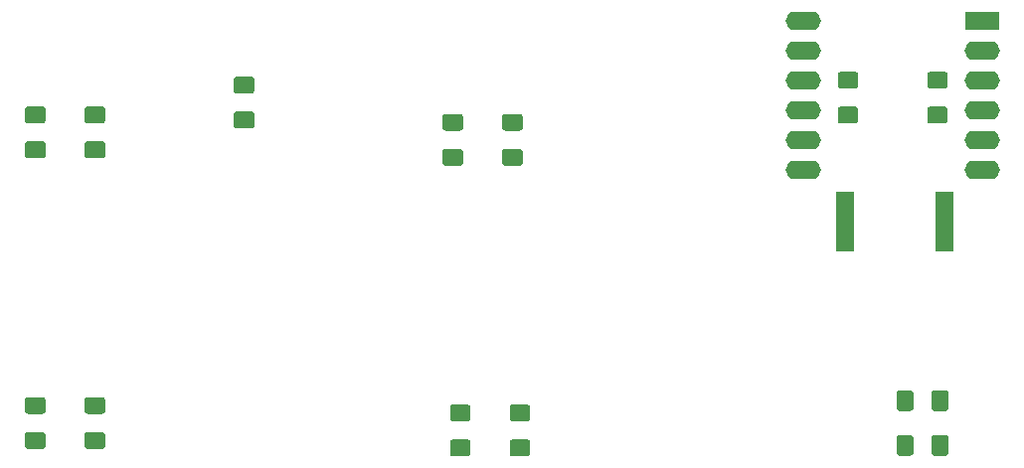
<source format=gbr>
G04 #@! TF.GenerationSoftware,KiCad,Pcbnew,(5.1.5)-3*
G04 #@! TF.CreationDate,2021-05-15T17:54:47+02:00*
G04 #@! TF.ProjectId,Adaptateurs_NiveauxSPI,41646170-7461-4746-9575-72735f4e6976,rev?*
G04 #@! TF.SameCoordinates,Original*
G04 #@! TF.FileFunction,Paste,Top*
G04 #@! TF.FilePolarity,Positive*
%FSLAX46Y46*%
G04 Gerber Fmt 4.6, Leading zero omitted, Abs format (unit mm)*
G04 Created by KiCad (PCBNEW (5.1.5)-3) date 2021-05-15 17:54:47*
%MOMM*%
%LPD*%
G04 APERTURE LIST*
%ADD10O,3.000000X1.600000*%
%ADD11R,3.000000X1.600000*%
%ADD12C,0.100000*%
%ADD13R,1.500000X5.080000*%
G04 APERTURE END LIST*
D10*
X184785000Y-66040000D03*
X184785000Y-68580000D03*
X184785000Y-71120000D03*
X184785000Y-73660000D03*
X184785000Y-76200000D03*
X184785000Y-78740000D03*
X200025000Y-78740000D03*
X200025000Y-76200000D03*
X200025000Y-73660000D03*
X200025000Y-71120000D03*
X200025000Y-68580000D03*
D11*
X200025000Y-66040000D03*
D12*
G36*
X120029504Y-73366204D02*
G01*
X120053773Y-73369804D01*
X120077571Y-73375765D01*
X120100671Y-73384030D01*
X120122849Y-73394520D01*
X120143893Y-73407133D01*
X120163598Y-73421747D01*
X120181777Y-73438223D01*
X120198253Y-73456402D01*
X120212867Y-73476107D01*
X120225480Y-73497151D01*
X120235970Y-73519329D01*
X120244235Y-73542429D01*
X120250196Y-73566227D01*
X120253796Y-73590496D01*
X120255000Y-73615000D01*
X120255000Y-74540000D01*
X120253796Y-74564504D01*
X120250196Y-74588773D01*
X120244235Y-74612571D01*
X120235970Y-74635671D01*
X120225480Y-74657849D01*
X120212867Y-74678893D01*
X120198253Y-74698598D01*
X120181777Y-74716777D01*
X120163598Y-74733253D01*
X120143893Y-74747867D01*
X120122849Y-74760480D01*
X120100671Y-74770970D01*
X120077571Y-74779235D01*
X120053773Y-74785196D01*
X120029504Y-74788796D01*
X120005000Y-74790000D01*
X118755000Y-74790000D01*
X118730496Y-74788796D01*
X118706227Y-74785196D01*
X118682429Y-74779235D01*
X118659329Y-74770970D01*
X118637151Y-74760480D01*
X118616107Y-74747867D01*
X118596402Y-74733253D01*
X118578223Y-74716777D01*
X118561747Y-74698598D01*
X118547133Y-74678893D01*
X118534520Y-74657849D01*
X118524030Y-74635671D01*
X118515765Y-74612571D01*
X118509804Y-74588773D01*
X118506204Y-74564504D01*
X118505000Y-74540000D01*
X118505000Y-73615000D01*
X118506204Y-73590496D01*
X118509804Y-73566227D01*
X118515765Y-73542429D01*
X118524030Y-73519329D01*
X118534520Y-73497151D01*
X118547133Y-73476107D01*
X118561747Y-73456402D01*
X118578223Y-73438223D01*
X118596402Y-73421747D01*
X118616107Y-73407133D01*
X118637151Y-73394520D01*
X118659329Y-73384030D01*
X118682429Y-73375765D01*
X118706227Y-73369804D01*
X118730496Y-73366204D01*
X118755000Y-73365000D01*
X120005000Y-73365000D01*
X120029504Y-73366204D01*
G37*
G36*
X120029504Y-76341204D02*
G01*
X120053773Y-76344804D01*
X120077571Y-76350765D01*
X120100671Y-76359030D01*
X120122849Y-76369520D01*
X120143893Y-76382133D01*
X120163598Y-76396747D01*
X120181777Y-76413223D01*
X120198253Y-76431402D01*
X120212867Y-76451107D01*
X120225480Y-76472151D01*
X120235970Y-76494329D01*
X120244235Y-76517429D01*
X120250196Y-76541227D01*
X120253796Y-76565496D01*
X120255000Y-76590000D01*
X120255000Y-77515000D01*
X120253796Y-77539504D01*
X120250196Y-77563773D01*
X120244235Y-77587571D01*
X120235970Y-77610671D01*
X120225480Y-77632849D01*
X120212867Y-77653893D01*
X120198253Y-77673598D01*
X120181777Y-77691777D01*
X120163598Y-77708253D01*
X120143893Y-77722867D01*
X120122849Y-77735480D01*
X120100671Y-77745970D01*
X120077571Y-77754235D01*
X120053773Y-77760196D01*
X120029504Y-77763796D01*
X120005000Y-77765000D01*
X118755000Y-77765000D01*
X118730496Y-77763796D01*
X118706227Y-77760196D01*
X118682429Y-77754235D01*
X118659329Y-77745970D01*
X118637151Y-77735480D01*
X118616107Y-77722867D01*
X118596402Y-77708253D01*
X118578223Y-77691777D01*
X118561747Y-77673598D01*
X118547133Y-77653893D01*
X118534520Y-77632849D01*
X118524030Y-77610671D01*
X118515765Y-77587571D01*
X118509804Y-77563773D01*
X118506204Y-77539504D01*
X118505000Y-77515000D01*
X118505000Y-76590000D01*
X118506204Y-76565496D01*
X118509804Y-76541227D01*
X118515765Y-76517429D01*
X118524030Y-76494329D01*
X118534520Y-76472151D01*
X118547133Y-76451107D01*
X118561747Y-76431402D01*
X118578223Y-76413223D01*
X118596402Y-76396747D01*
X118616107Y-76382133D01*
X118637151Y-76369520D01*
X118659329Y-76359030D01*
X118682429Y-76350765D01*
X118706227Y-76344804D01*
X118730496Y-76341204D01*
X118755000Y-76340000D01*
X120005000Y-76340000D01*
X120029504Y-76341204D01*
G37*
G36*
X125109504Y-76341204D02*
G01*
X125133773Y-76344804D01*
X125157571Y-76350765D01*
X125180671Y-76359030D01*
X125202849Y-76369520D01*
X125223893Y-76382133D01*
X125243598Y-76396747D01*
X125261777Y-76413223D01*
X125278253Y-76431402D01*
X125292867Y-76451107D01*
X125305480Y-76472151D01*
X125315970Y-76494329D01*
X125324235Y-76517429D01*
X125330196Y-76541227D01*
X125333796Y-76565496D01*
X125335000Y-76590000D01*
X125335000Y-77515000D01*
X125333796Y-77539504D01*
X125330196Y-77563773D01*
X125324235Y-77587571D01*
X125315970Y-77610671D01*
X125305480Y-77632849D01*
X125292867Y-77653893D01*
X125278253Y-77673598D01*
X125261777Y-77691777D01*
X125243598Y-77708253D01*
X125223893Y-77722867D01*
X125202849Y-77735480D01*
X125180671Y-77745970D01*
X125157571Y-77754235D01*
X125133773Y-77760196D01*
X125109504Y-77763796D01*
X125085000Y-77765000D01*
X123835000Y-77765000D01*
X123810496Y-77763796D01*
X123786227Y-77760196D01*
X123762429Y-77754235D01*
X123739329Y-77745970D01*
X123717151Y-77735480D01*
X123696107Y-77722867D01*
X123676402Y-77708253D01*
X123658223Y-77691777D01*
X123641747Y-77673598D01*
X123627133Y-77653893D01*
X123614520Y-77632849D01*
X123604030Y-77610671D01*
X123595765Y-77587571D01*
X123589804Y-77563773D01*
X123586204Y-77539504D01*
X123585000Y-77515000D01*
X123585000Y-76590000D01*
X123586204Y-76565496D01*
X123589804Y-76541227D01*
X123595765Y-76517429D01*
X123604030Y-76494329D01*
X123614520Y-76472151D01*
X123627133Y-76451107D01*
X123641747Y-76431402D01*
X123658223Y-76413223D01*
X123676402Y-76396747D01*
X123696107Y-76382133D01*
X123717151Y-76369520D01*
X123739329Y-76359030D01*
X123762429Y-76350765D01*
X123786227Y-76344804D01*
X123810496Y-76341204D01*
X123835000Y-76340000D01*
X125085000Y-76340000D01*
X125109504Y-76341204D01*
G37*
G36*
X125109504Y-73366204D02*
G01*
X125133773Y-73369804D01*
X125157571Y-73375765D01*
X125180671Y-73384030D01*
X125202849Y-73394520D01*
X125223893Y-73407133D01*
X125243598Y-73421747D01*
X125261777Y-73438223D01*
X125278253Y-73456402D01*
X125292867Y-73476107D01*
X125305480Y-73497151D01*
X125315970Y-73519329D01*
X125324235Y-73542429D01*
X125330196Y-73566227D01*
X125333796Y-73590496D01*
X125335000Y-73615000D01*
X125335000Y-74540000D01*
X125333796Y-74564504D01*
X125330196Y-74588773D01*
X125324235Y-74612571D01*
X125315970Y-74635671D01*
X125305480Y-74657849D01*
X125292867Y-74678893D01*
X125278253Y-74698598D01*
X125261777Y-74716777D01*
X125243598Y-74733253D01*
X125223893Y-74747867D01*
X125202849Y-74760480D01*
X125180671Y-74770970D01*
X125157571Y-74779235D01*
X125133773Y-74785196D01*
X125109504Y-74788796D01*
X125085000Y-74790000D01*
X123835000Y-74790000D01*
X123810496Y-74788796D01*
X123786227Y-74785196D01*
X123762429Y-74779235D01*
X123739329Y-74770970D01*
X123717151Y-74760480D01*
X123696107Y-74747867D01*
X123676402Y-74733253D01*
X123658223Y-74716777D01*
X123641747Y-74698598D01*
X123627133Y-74678893D01*
X123614520Y-74657849D01*
X123604030Y-74635671D01*
X123595765Y-74612571D01*
X123589804Y-74588773D01*
X123586204Y-74564504D01*
X123585000Y-74540000D01*
X123585000Y-73615000D01*
X123586204Y-73590496D01*
X123589804Y-73566227D01*
X123595765Y-73542429D01*
X123604030Y-73519329D01*
X123614520Y-73497151D01*
X123627133Y-73476107D01*
X123641747Y-73456402D01*
X123658223Y-73438223D01*
X123676402Y-73421747D01*
X123696107Y-73407133D01*
X123717151Y-73394520D01*
X123739329Y-73384030D01*
X123762429Y-73375765D01*
X123786227Y-73369804D01*
X123810496Y-73366204D01*
X123835000Y-73365000D01*
X125085000Y-73365000D01*
X125109504Y-73366204D01*
G37*
G36*
X155589504Y-74001204D02*
G01*
X155613773Y-74004804D01*
X155637571Y-74010765D01*
X155660671Y-74019030D01*
X155682849Y-74029520D01*
X155703893Y-74042133D01*
X155723598Y-74056747D01*
X155741777Y-74073223D01*
X155758253Y-74091402D01*
X155772867Y-74111107D01*
X155785480Y-74132151D01*
X155795970Y-74154329D01*
X155804235Y-74177429D01*
X155810196Y-74201227D01*
X155813796Y-74225496D01*
X155815000Y-74250000D01*
X155815000Y-75175000D01*
X155813796Y-75199504D01*
X155810196Y-75223773D01*
X155804235Y-75247571D01*
X155795970Y-75270671D01*
X155785480Y-75292849D01*
X155772867Y-75313893D01*
X155758253Y-75333598D01*
X155741777Y-75351777D01*
X155723598Y-75368253D01*
X155703893Y-75382867D01*
X155682849Y-75395480D01*
X155660671Y-75405970D01*
X155637571Y-75414235D01*
X155613773Y-75420196D01*
X155589504Y-75423796D01*
X155565000Y-75425000D01*
X154315000Y-75425000D01*
X154290496Y-75423796D01*
X154266227Y-75420196D01*
X154242429Y-75414235D01*
X154219329Y-75405970D01*
X154197151Y-75395480D01*
X154176107Y-75382867D01*
X154156402Y-75368253D01*
X154138223Y-75351777D01*
X154121747Y-75333598D01*
X154107133Y-75313893D01*
X154094520Y-75292849D01*
X154084030Y-75270671D01*
X154075765Y-75247571D01*
X154069804Y-75223773D01*
X154066204Y-75199504D01*
X154065000Y-75175000D01*
X154065000Y-74250000D01*
X154066204Y-74225496D01*
X154069804Y-74201227D01*
X154075765Y-74177429D01*
X154084030Y-74154329D01*
X154094520Y-74132151D01*
X154107133Y-74111107D01*
X154121747Y-74091402D01*
X154138223Y-74073223D01*
X154156402Y-74056747D01*
X154176107Y-74042133D01*
X154197151Y-74029520D01*
X154219329Y-74019030D01*
X154242429Y-74010765D01*
X154266227Y-74004804D01*
X154290496Y-74001204D01*
X154315000Y-74000000D01*
X155565000Y-74000000D01*
X155589504Y-74001204D01*
G37*
G36*
X155589504Y-76976204D02*
G01*
X155613773Y-76979804D01*
X155637571Y-76985765D01*
X155660671Y-76994030D01*
X155682849Y-77004520D01*
X155703893Y-77017133D01*
X155723598Y-77031747D01*
X155741777Y-77048223D01*
X155758253Y-77066402D01*
X155772867Y-77086107D01*
X155785480Y-77107151D01*
X155795970Y-77129329D01*
X155804235Y-77152429D01*
X155810196Y-77176227D01*
X155813796Y-77200496D01*
X155815000Y-77225000D01*
X155815000Y-78150000D01*
X155813796Y-78174504D01*
X155810196Y-78198773D01*
X155804235Y-78222571D01*
X155795970Y-78245671D01*
X155785480Y-78267849D01*
X155772867Y-78288893D01*
X155758253Y-78308598D01*
X155741777Y-78326777D01*
X155723598Y-78343253D01*
X155703893Y-78357867D01*
X155682849Y-78370480D01*
X155660671Y-78380970D01*
X155637571Y-78389235D01*
X155613773Y-78395196D01*
X155589504Y-78398796D01*
X155565000Y-78400000D01*
X154315000Y-78400000D01*
X154290496Y-78398796D01*
X154266227Y-78395196D01*
X154242429Y-78389235D01*
X154219329Y-78380970D01*
X154197151Y-78370480D01*
X154176107Y-78357867D01*
X154156402Y-78343253D01*
X154138223Y-78326777D01*
X154121747Y-78308598D01*
X154107133Y-78288893D01*
X154094520Y-78267849D01*
X154084030Y-78245671D01*
X154075765Y-78222571D01*
X154069804Y-78198773D01*
X154066204Y-78174504D01*
X154065000Y-78150000D01*
X154065000Y-77225000D01*
X154066204Y-77200496D01*
X154069804Y-77176227D01*
X154075765Y-77152429D01*
X154084030Y-77129329D01*
X154094520Y-77107151D01*
X154107133Y-77086107D01*
X154121747Y-77066402D01*
X154138223Y-77048223D01*
X154156402Y-77031747D01*
X154176107Y-77017133D01*
X154197151Y-77004520D01*
X154219329Y-76994030D01*
X154242429Y-76985765D01*
X154266227Y-76979804D01*
X154290496Y-76976204D01*
X154315000Y-76975000D01*
X155565000Y-76975000D01*
X155589504Y-76976204D01*
G37*
G36*
X160669504Y-76976204D02*
G01*
X160693773Y-76979804D01*
X160717571Y-76985765D01*
X160740671Y-76994030D01*
X160762849Y-77004520D01*
X160783893Y-77017133D01*
X160803598Y-77031747D01*
X160821777Y-77048223D01*
X160838253Y-77066402D01*
X160852867Y-77086107D01*
X160865480Y-77107151D01*
X160875970Y-77129329D01*
X160884235Y-77152429D01*
X160890196Y-77176227D01*
X160893796Y-77200496D01*
X160895000Y-77225000D01*
X160895000Y-78150000D01*
X160893796Y-78174504D01*
X160890196Y-78198773D01*
X160884235Y-78222571D01*
X160875970Y-78245671D01*
X160865480Y-78267849D01*
X160852867Y-78288893D01*
X160838253Y-78308598D01*
X160821777Y-78326777D01*
X160803598Y-78343253D01*
X160783893Y-78357867D01*
X160762849Y-78370480D01*
X160740671Y-78380970D01*
X160717571Y-78389235D01*
X160693773Y-78395196D01*
X160669504Y-78398796D01*
X160645000Y-78400000D01*
X159395000Y-78400000D01*
X159370496Y-78398796D01*
X159346227Y-78395196D01*
X159322429Y-78389235D01*
X159299329Y-78380970D01*
X159277151Y-78370480D01*
X159256107Y-78357867D01*
X159236402Y-78343253D01*
X159218223Y-78326777D01*
X159201747Y-78308598D01*
X159187133Y-78288893D01*
X159174520Y-78267849D01*
X159164030Y-78245671D01*
X159155765Y-78222571D01*
X159149804Y-78198773D01*
X159146204Y-78174504D01*
X159145000Y-78150000D01*
X159145000Y-77225000D01*
X159146204Y-77200496D01*
X159149804Y-77176227D01*
X159155765Y-77152429D01*
X159164030Y-77129329D01*
X159174520Y-77107151D01*
X159187133Y-77086107D01*
X159201747Y-77066402D01*
X159218223Y-77048223D01*
X159236402Y-77031747D01*
X159256107Y-77017133D01*
X159277151Y-77004520D01*
X159299329Y-76994030D01*
X159322429Y-76985765D01*
X159346227Y-76979804D01*
X159370496Y-76976204D01*
X159395000Y-76975000D01*
X160645000Y-76975000D01*
X160669504Y-76976204D01*
G37*
G36*
X160669504Y-74001204D02*
G01*
X160693773Y-74004804D01*
X160717571Y-74010765D01*
X160740671Y-74019030D01*
X160762849Y-74029520D01*
X160783893Y-74042133D01*
X160803598Y-74056747D01*
X160821777Y-74073223D01*
X160838253Y-74091402D01*
X160852867Y-74111107D01*
X160865480Y-74132151D01*
X160875970Y-74154329D01*
X160884235Y-74177429D01*
X160890196Y-74201227D01*
X160893796Y-74225496D01*
X160895000Y-74250000D01*
X160895000Y-75175000D01*
X160893796Y-75199504D01*
X160890196Y-75223773D01*
X160884235Y-75247571D01*
X160875970Y-75270671D01*
X160865480Y-75292849D01*
X160852867Y-75313893D01*
X160838253Y-75333598D01*
X160821777Y-75351777D01*
X160803598Y-75368253D01*
X160783893Y-75382867D01*
X160762849Y-75395480D01*
X160740671Y-75405970D01*
X160717571Y-75414235D01*
X160693773Y-75420196D01*
X160669504Y-75423796D01*
X160645000Y-75425000D01*
X159395000Y-75425000D01*
X159370496Y-75423796D01*
X159346227Y-75420196D01*
X159322429Y-75414235D01*
X159299329Y-75405970D01*
X159277151Y-75395480D01*
X159256107Y-75382867D01*
X159236402Y-75368253D01*
X159218223Y-75351777D01*
X159201747Y-75333598D01*
X159187133Y-75313893D01*
X159174520Y-75292849D01*
X159164030Y-75270671D01*
X159155765Y-75247571D01*
X159149804Y-75223773D01*
X159146204Y-75199504D01*
X159145000Y-75175000D01*
X159145000Y-74250000D01*
X159146204Y-74225496D01*
X159149804Y-74201227D01*
X159155765Y-74177429D01*
X159164030Y-74154329D01*
X159174520Y-74132151D01*
X159187133Y-74111107D01*
X159201747Y-74091402D01*
X159218223Y-74073223D01*
X159236402Y-74056747D01*
X159256107Y-74042133D01*
X159277151Y-74029520D01*
X159299329Y-74019030D01*
X159322429Y-74010765D01*
X159346227Y-74004804D01*
X159370496Y-74001204D01*
X159395000Y-74000000D01*
X160645000Y-74000000D01*
X160669504Y-74001204D01*
G37*
G36*
X120029504Y-101106204D02*
G01*
X120053773Y-101109804D01*
X120077571Y-101115765D01*
X120100671Y-101124030D01*
X120122849Y-101134520D01*
X120143893Y-101147133D01*
X120163598Y-101161747D01*
X120181777Y-101178223D01*
X120198253Y-101196402D01*
X120212867Y-101216107D01*
X120225480Y-101237151D01*
X120235970Y-101259329D01*
X120244235Y-101282429D01*
X120250196Y-101306227D01*
X120253796Y-101330496D01*
X120255000Y-101355000D01*
X120255000Y-102280000D01*
X120253796Y-102304504D01*
X120250196Y-102328773D01*
X120244235Y-102352571D01*
X120235970Y-102375671D01*
X120225480Y-102397849D01*
X120212867Y-102418893D01*
X120198253Y-102438598D01*
X120181777Y-102456777D01*
X120163598Y-102473253D01*
X120143893Y-102487867D01*
X120122849Y-102500480D01*
X120100671Y-102510970D01*
X120077571Y-102519235D01*
X120053773Y-102525196D01*
X120029504Y-102528796D01*
X120005000Y-102530000D01*
X118755000Y-102530000D01*
X118730496Y-102528796D01*
X118706227Y-102525196D01*
X118682429Y-102519235D01*
X118659329Y-102510970D01*
X118637151Y-102500480D01*
X118616107Y-102487867D01*
X118596402Y-102473253D01*
X118578223Y-102456777D01*
X118561747Y-102438598D01*
X118547133Y-102418893D01*
X118534520Y-102397849D01*
X118524030Y-102375671D01*
X118515765Y-102352571D01*
X118509804Y-102328773D01*
X118506204Y-102304504D01*
X118505000Y-102280000D01*
X118505000Y-101355000D01*
X118506204Y-101330496D01*
X118509804Y-101306227D01*
X118515765Y-101282429D01*
X118524030Y-101259329D01*
X118534520Y-101237151D01*
X118547133Y-101216107D01*
X118561747Y-101196402D01*
X118578223Y-101178223D01*
X118596402Y-101161747D01*
X118616107Y-101147133D01*
X118637151Y-101134520D01*
X118659329Y-101124030D01*
X118682429Y-101115765D01*
X118706227Y-101109804D01*
X118730496Y-101106204D01*
X118755000Y-101105000D01*
X120005000Y-101105000D01*
X120029504Y-101106204D01*
G37*
G36*
X120029504Y-98131204D02*
G01*
X120053773Y-98134804D01*
X120077571Y-98140765D01*
X120100671Y-98149030D01*
X120122849Y-98159520D01*
X120143893Y-98172133D01*
X120163598Y-98186747D01*
X120181777Y-98203223D01*
X120198253Y-98221402D01*
X120212867Y-98241107D01*
X120225480Y-98262151D01*
X120235970Y-98284329D01*
X120244235Y-98307429D01*
X120250196Y-98331227D01*
X120253796Y-98355496D01*
X120255000Y-98380000D01*
X120255000Y-99305000D01*
X120253796Y-99329504D01*
X120250196Y-99353773D01*
X120244235Y-99377571D01*
X120235970Y-99400671D01*
X120225480Y-99422849D01*
X120212867Y-99443893D01*
X120198253Y-99463598D01*
X120181777Y-99481777D01*
X120163598Y-99498253D01*
X120143893Y-99512867D01*
X120122849Y-99525480D01*
X120100671Y-99535970D01*
X120077571Y-99544235D01*
X120053773Y-99550196D01*
X120029504Y-99553796D01*
X120005000Y-99555000D01*
X118755000Y-99555000D01*
X118730496Y-99553796D01*
X118706227Y-99550196D01*
X118682429Y-99544235D01*
X118659329Y-99535970D01*
X118637151Y-99525480D01*
X118616107Y-99512867D01*
X118596402Y-99498253D01*
X118578223Y-99481777D01*
X118561747Y-99463598D01*
X118547133Y-99443893D01*
X118534520Y-99422849D01*
X118524030Y-99400671D01*
X118515765Y-99377571D01*
X118509804Y-99353773D01*
X118506204Y-99329504D01*
X118505000Y-99305000D01*
X118505000Y-98380000D01*
X118506204Y-98355496D01*
X118509804Y-98331227D01*
X118515765Y-98307429D01*
X118524030Y-98284329D01*
X118534520Y-98262151D01*
X118547133Y-98241107D01*
X118561747Y-98221402D01*
X118578223Y-98203223D01*
X118596402Y-98186747D01*
X118616107Y-98172133D01*
X118637151Y-98159520D01*
X118659329Y-98149030D01*
X118682429Y-98140765D01*
X118706227Y-98134804D01*
X118730496Y-98131204D01*
X118755000Y-98130000D01*
X120005000Y-98130000D01*
X120029504Y-98131204D01*
G37*
G36*
X125109504Y-98131204D02*
G01*
X125133773Y-98134804D01*
X125157571Y-98140765D01*
X125180671Y-98149030D01*
X125202849Y-98159520D01*
X125223893Y-98172133D01*
X125243598Y-98186747D01*
X125261777Y-98203223D01*
X125278253Y-98221402D01*
X125292867Y-98241107D01*
X125305480Y-98262151D01*
X125315970Y-98284329D01*
X125324235Y-98307429D01*
X125330196Y-98331227D01*
X125333796Y-98355496D01*
X125335000Y-98380000D01*
X125335000Y-99305000D01*
X125333796Y-99329504D01*
X125330196Y-99353773D01*
X125324235Y-99377571D01*
X125315970Y-99400671D01*
X125305480Y-99422849D01*
X125292867Y-99443893D01*
X125278253Y-99463598D01*
X125261777Y-99481777D01*
X125243598Y-99498253D01*
X125223893Y-99512867D01*
X125202849Y-99525480D01*
X125180671Y-99535970D01*
X125157571Y-99544235D01*
X125133773Y-99550196D01*
X125109504Y-99553796D01*
X125085000Y-99555000D01*
X123835000Y-99555000D01*
X123810496Y-99553796D01*
X123786227Y-99550196D01*
X123762429Y-99544235D01*
X123739329Y-99535970D01*
X123717151Y-99525480D01*
X123696107Y-99512867D01*
X123676402Y-99498253D01*
X123658223Y-99481777D01*
X123641747Y-99463598D01*
X123627133Y-99443893D01*
X123614520Y-99422849D01*
X123604030Y-99400671D01*
X123595765Y-99377571D01*
X123589804Y-99353773D01*
X123586204Y-99329504D01*
X123585000Y-99305000D01*
X123585000Y-98380000D01*
X123586204Y-98355496D01*
X123589804Y-98331227D01*
X123595765Y-98307429D01*
X123604030Y-98284329D01*
X123614520Y-98262151D01*
X123627133Y-98241107D01*
X123641747Y-98221402D01*
X123658223Y-98203223D01*
X123676402Y-98186747D01*
X123696107Y-98172133D01*
X123717151Y-98159520D01*
X123739329Y-98149030D01*
X123762429Y-98140765D01*
X123786227Y-98134804D01*
X123810496Y-98131204D01*
X123835000Y-98130000D01*
X125085000Y-98130000D01*
X125109504Y-98131204D01*
G37*
G36*
X125109504Y-101106204D02*
G01*
X125133773Y-101109804D01*
X125157571Y-101115765D01*
X125180671Y-101124030D01*
X125202849Y-101134520D01*
X125223893Y-101147133D01*
X125243598Y-101161747D01*
X125261777Y-101178223D01*
X125278253Y-101196402D01*
X125292867Y-101216107D01*
X125305480Y-101237151D01*
X125315970Y-101259329D01*
X125324235Y-101282429D01*
X125330196Y-101306227D01*
X125333796Y-101330496D01*
X125335000Y-101355000D01*
X125335000Y-102280000D01*
X125333796Y-102304504D01*
X125330196Y-102328773D01*
X125324235Y-102352571D01*
X125315970Y-102375671D01*
X125305480Y-102397849D01*
X125292867Y-102418893D01*
X125278253Y-102438598D01*
X125261777Y-102456777D01*
X125243598Y-102473253D01*
X125223893Y-102487867D01*
X125202849Y-102500480D01*
X125180671Y-102510970D01*
X125157571Y-102519235D01*
X125133773Y-102525196D01*
X125109504Y-102528796D01*
X125085000Y-102530000D01*
X123835000Y-102530000D01*
X123810496Y-102528796D01*
X123786227Y-102525196D01*
X123762429Y-102519235D01*
X123739329Y-102510970D01*
X123717151Y-102500480D01*
X123696107Y-102487867D01*
X123676402Y-102473253D01*
X123658223Y-102456777D01*
X123641747Y-102438598D01*
X123627133Y-102418893D01*
X123614520Y-102397849D01*
X123604030Y-102375671D01*
X123595765Y-102352571D01*
X123589804Y-102328773D01*
X123586204Y-102304504D01*
X123585000Y-102280000D01*
X123585000Y-101355000D01*
X123586204Y-101330496D01*
X123589804Y-101306227D01*
X123595765Y-101282429D01*
X123604030Y-101259329D01*
X123614520Y-101237151D01*
X123627133Y-101216107D01*
X123641747Y-101196402D01*
X123658223Y-101178223D01*
X123676402Y-101161747D01*
X123696107Y-101147133D01*
X123717151Y-101134520D01*
X123739329Y-101124030D01*
X123762429Y-101115765D01*
X123786227Y-101109804D01*
X123810496Y-101106204D01*
X123835000Y-101105000D01*
X125085000Y-101105000D01*
X125109504Y-101106204D01*
G37*
G36*
X156224504Y-98766204D02*
G01*
X156248773Y-98769804D01*
X156272571Y-98775765D01*
X156295671Y-98784030D01*
X156317849Y-98794520D01*
X156338893Y-98807133D01*
X156358598Y-98821747D01*
X156376777Y-98838223D01*
X156393253Y-98856402D01*
X156407867Y-98876107D01*
X156420480Y-98897151D01*
X156430970Y-98919329D01*
X156439235Y-98942429D01*
X156445196Y-98966227D01*
X156448796Y-98990496D01*
X156450000Y-99015000D01*
X156450000Y-99940000D01*
X156448796Y-99964504D01*
X156445196Y-99988773D01*
X156439235Y-100012571D01*
X156430970Y-100035671D01*
X156420480Y-100057849D01*
X156407867Y-100078893D01*
X156393253Y-100098598D01*
X156376777Y-100116777D01*
X156358598Y-100133253D01*
X156338893Y-100147867D01*
X156317849Y-100160480D01*
X156295671Y-100170970D01*
X156272571Y-100179235D01*
X156248773Y-100185196D01*
X156224504Y-100188796D01*
X156200000Y-100190000D01*
X154950000Y-100190000D01*
X154925496Y-100188796D01*
X154901227Y-100185196D01*
X154877429Y-100179235D01*
X154854329Y-100170970D01*
X154832151Y-100160480D01*
X154811107Y-100147867D01*
X154791402Y-100133253D01*
X154773223Y-100116777D01*
X154756747Y-100098598D01*
X154742133Y-100078893D01*
X154729520Y-100057849D01*
X154719030Y-100035671D01*
X154710765Y-100012571D01*
X154704804Y-99988773D01*
X154701204Y-99964504D01*
X154700000Y-99940000D01*
X154700000Y-99015000D01*
X154701204Y-98990496D01*
X154704804Y-98966227D01*
X154710765Y-98942429D01*
X154719030Y-98919329D01*
X154729520Y-98897151D01*
X154742133Y-98876107D01*
X154756747Y-98856402D01*
X154773223Y-98838223D01*
X154791402Y-98821747D01*
X154811107Y-98807133D01*
X154832151Y-98794520D01*
X154854329Y-98784030D01*
X154877429Y-98775765D01*
X154901227Y-98769804D01*
X154925496Y-98766204D01*
X154950000Y-98765000D01*
X156200000Y-98765000D01*
X156224504Y-98766204D01*
G37*
G36*
X156224504Y-101741204D02*
G01*
X156248773Y-101744804D01*
X156272571Y-101750765D01*
X156295671Y-101759030D01*
X156317849Y-101769520D01*
X156338893Y-101782133D01*
X156358598Y-101796747D01*
X156376777Y-101813223D01*
X156393253Y-101831402D01*
X156407867Y-101851107D01*
X156420480Y-101872151D01*
X156430970Y-101894329D01*
X156439235Y-101917429D01*
X156445196Y-101941227D01*
X156448796Y-101965496D01*
X156450000Y-101990000D01*
X156450000Y-102915000D01*
X156448796Y-102939504D01*
X156445196Y-102963773D01*
X156439235Y-102987571D01*
X156430970Y-103010671D01*
X156420480Y-103032849D01*
X156407867Y-103053893D01*
X156393253Y-103073598D01*
X156376777Y-103091777D01*
X156358598Y-103108253D01*
X156338893Y-103122867D01*
X156317849Y-103135480D01*
X156295671Y-103145970D01*
X156272571Y-103154235D01*
X156248773Y-103160196D01*
X156224504Y-103163796D01*
X156200000Y-103165000D01*
X154950000Y-103165000D01*
X154925496Y-103163796D01*
X154901227Y-103160196D01*
X154877429Y-103154235D01*
X154854329Y-103145970D01*
X154832151Y-103135480D01*
X154811107Y-103122867D01*
X154791402Y-103108253D01*
X154773223Y-103091777D01*
X154756747Y-103073598D01*
X154742133Y-103053893D01*
X154729520Y-103032849D01*
X154719030Y-103010671D01*
X154710765Y-102987571D01*
X154704804Y-102963773D01*
X154701204Y-102939504D01*
X154700000Y-102915000D01*
X154700000Y-101990000D01*
X154701204Y-101965496D01*
X154704804Y-101941227D01*
X154710765Y-101917429D01*
X154719030Y-101894329D01*
X154729520Y-101872151D01*
X154742133Y-101851107D01*
X154756747Y-101831402D01*
X154773223Y-101813223D01*
X154791402Y-101796747D01*
X154811107Y-101782133D01*
X154832151Y-101769520D01*
X154854329Y-101759030D01*
X154877429Y-101750765D01*
X154901227Y-101744804D01*
X154925496Y-101741204D01*
X154950000Y-101740000D01*
X156200000Y-101740000D01*
X156224504Y-101741204D01*
G37*
G36*
X161304504Y-101741204D02*
G01*
X161328773Y-101744804D01*
X161352571Y-101750765D01*
X161375671Y-101759030D01*
X161397849Y-101769520D01*
X161418893Y-101782133D01*
X161438598Y-101796747D01*
X161456777Y-101813223D01*
X161473253Y-101831402D01*
X161487867Y-101851107D01*
X161500480Y-101872151D01*
X161510970Y-101894329D01*
X161519235Y-101917429D01*
X161525196Y-101941227D01*
X161528796Y-101965496D01*
X161530000Y-101990000D01*
X161530000Y-102915000D01*
X161528796Y-102939504D01*
X161525196Y-102963773D01*
X161519235Y-102987571D01*
X161510970Y-103010671D01*
X161500480Y-103032849D01*
X161487867Y-103053893D01*
X161473253Y-103073598D01*
X161456777Y-103091777D01*
X161438598Y-103108253D01*
X161418893Y-103122867D01*
X161397849Y-103135480D01*
X161375671Y-103145970D01*
X161352571Y-103154235D01*
X161328773Y-103160196D01*
X161304504Y-103163796D01*
X161280000Y-103165000D01*
X160030000Y-103165000D01*
X160005496Y-103163796D01*
X159981227Y-103160196D01*
X159957429Y-103154235D01*
X159934329Y-103145970D01*
X159912151Y-103135480D01*
X159891107Y-103122867D01*
X159871402Y-103108253D01*
X159853223Y-103091777D01*
X159836747Y-103073598D01*
X159822133Y-103053893D01*
X159809520Y-103032849D01*
X159799030Y-103010671D01*
X159790765Y-102987571D01*
X159784804Y-102963773D01*
X159781204Y-102939504D01*
X159780000Y-102915000D01*
X159780000Y-101990000D01*
X159781204Y-101965496D01*
X159784804Y-101941227D01*
X159790765Y-101917429D01*
X159799030Y-101894329D01*
X159809520Y-101872151D01*
X159822133Y-101851107D01*
X159836747Y-101831402D01*
X159853223Y-101813223D01*
X159871402Y-101796747D01*
X159891107Y-101782133D01*
X159912151Y-101769520D01*
X159934329Y-101759030D01*
X159957429Y-101750765D01*
X159981227Y-101744804D01*
X160005496Y-101741204D01*
X160030000Y-101740000D01*
X161280000Y-101740000D01*
X161304504Y-101741204D01*
G37*
G36*
X161304504Y-98766204D02*
G01*
X161328773Y-98769804D01*
X161352571Y-98775765D01*
X161375671Y-98784030D01*
X161397849Y-98794520D01*
X161418893Y-98807133D01*
X161438598Y-98821747D01*
X161456777Y-98838223D01*
X161473253Y-98856402D01*
X161487867Y-98876107D01*
X161500480Y-98897151D01*
X161510970Y-98919329D01*
X161519235Y-98942429D01*
X161525196Y-98966227D01*
X161528796Y-98990496D01*
X161530000Y-99015000D01*
X161530000Y-99940000D01*
X161528796Y-99964504D01*
X161525196Y-99988773D01*
X161519235Y-100012571D01*
X161510970Y-100035671D01*
X161500480Y-100057849D01*
X161487867Y-100078893D01*
X161473253Y-100098598D01*
X161456777Y-100116777D01*
X161438598Y-100133253D01*
X161418893Y-100147867D01*
X161397849Y-100160480D01*
X161375671Y-100170970D01*
X161352571Y-100179235D01*
X161328773Y-100185196D01*
X161304504Y-100188796D01*
X161280000Y-100190000D01*
X160030000Y-100190000D01*
X160005496Y-100188796D01*
X159981227Y-100185196D01*
X159957429Y-100179235D01*
X159934329Y-100170970D01*
X159912151Y-100160480D01*
X159891107Y-100147867D01*
X159871402Y-100133253D01*
X159853223Y-100116777D01*
X159836747Y-100098598D01*
X159822133Y-100078893D01*
X159809520Y-100057849D01*
X159799030Y-100035671D01*
X159790765Y-100012571D01*
X159784804Y-99988773D01*
X159781204Y-99964504D01*
X159780000Y-99940000D01*
X159780000Y-99015000D01*
X159781204Y-98990496D01*
X159784804Y-98966227D01*
X159790765Y-98942429D01*
X159799030Y-98919329D01*
X159809520Y-98897151D01*
X159822133Y-98876107D01*
X159836747Y-98856402D01*
X159853223Y-98838223D01*
X159871402Y-98821747D01*
X159891107Y-98807133D01*
X159912151Y-98794520D01*
X159934329Y-98784030D01*
X159957429Y-98775765D01*
X159981227Y-98769804D01*
X160005496Y-98766204D01*
X160030000Y-98765000D01*
X161280000Y-98765000D01*
X161304504Y-98766204D01*
G37*
G36*
X189244504Y-70408704D02*
G01*
X189268773Y-70412304D01*
X189292571Y-70418265D01*
X189315671Y-70426530D01*
X189337849Y-70437020D01*
X189358893Y-70449633D01*
X189378598Y-70464247D01*
X189396777Y-70480723D01*
X189413253Y-70498902D01*
X189427867Y-70518607D01*
X189440480Y-70539651D01*
X189450970Y-70561829D01*
X189459235Y-70584929D01*
X189465196Y-70608727D01*
X189468796Y-70632996D01*
X189470000Y-70657500D01*
X189470000Y-71582500D01*
X189468796Y-71607004D01*
X189465196Y-71631273D01*
X189459235Y-71655071D01*
X189450970Y-71678171D01*
X189440480Y-71700349D01*
X189427867Y-71721393D01*
X189413253Y-71741098D01*
X189396777Y-71759277D01*
X189378598Y-71775753D01*
X189358893Y-71790367D01*
X189337849Y-71802980D01*
X189315671Y-71813470D01*
X189292571Y-71821735D01*
X189268773Y-71827696D01*
X189244504Y-71831296D01*
X189220000Y-71832500D01*
X187970000Y-71832500D01*
X187945496Y-71831296D01*
X187921227Y-71827696D01*
X187897429Y-71821735D01*
X187874329Y-71813470D01*
X187852151Y-71802980D01*
X187831107Y-71790367D01*
X187811402Y-71775753D01*
X187793223Y-71759277D01*
X187776747Y-71741098D01*
X187762133Y-71721393D01*
X187749520Y-71700349D01*
X187739030Y-71678171D01*
X187730765Y-71655071D01*
X187724804Y-71631273D01*
X187721204Y-71607004D01*
X187720000Y-71582500D01*
X187720000Y-70657500D01*
X187721204Y-70632996D01*
X187724804Y-70608727D01*
X187730765Y-70584929D01*
X187739030Y-70561829D01*
X187749520Y-70539651D01*
X187762133Y-70518607D01*
X187776747Y-70498902D01*
X187793223Y-70480723D01*
X187811402Y-70464247D01*
X187831107Y-70449633D01*
X187852151Y-70437020D01*
X187874329Y-70426530D01*
X187897429Y-70418265D01*
X187921227Y-70412304D01*
X187945496Y-70408704D01*
X187970000Y-70407500D01*
X189220000Y-70407500D01*
X189244504Y-70408704D01*
G37*
G36*
X189244504Y-73383704D02*
G01*
X189268773Y-73387304D01*
X189292571Y-73393265D01*
X189315671Y-73401530D01*
X189337849Y-73412020D01*
X189358893Y-73424633D01*
X189378598Y-73439247D01*
X189396777Y-73455723D01*
X189413253Y-73473902D01*
X189427867Y-73493607D01*
X189440480Y-73514651D01*
X189450970Y-73536829D01*
X189459235Y-73559929D01*
X189465196Y-73583727D01*
X189468796Y-73607996D01*
X189470000Y-73632500D01*
X189470000Y-74557500D01*
X189468796Y-74582004D01*
X189465196Y-74606273D01*
X189459235Y-74630071D01*
X189450970Y-74653171D01*
X189440480Y-74675349D01*
X189427867Y-74696393D01*
X189413253Y-74716098D01*
X189396777Y-74734277D01*
X189378598Y-74750753D01*
X189358893Y-74765367D01*
X189337849Y-74777980D01*
X189315671Y-74788470D01*
X189292571Y-74796735D01*
X189268773Y-74802696D01*
X189244504Y-74806296D01*
X189220000Y-74807500D01*
X187970000Y-74807500D01*
X187945496Y-74806296D01*
X187921227Y-74802696D01*
X187897429Y-74796735D01*
X187874329Y-74788470D01*
X187852151Y-74777980D01*
X187831107Y-74765367D01*
X187811402Y-74750753D01*
X187793223Y-74734277D01*
X187776747Y-74716098D01*
X187762133Y-74696393D01*
X187749520Y-74675349D01*
X187739030Y-74653171D01*
X187730765Y-74630071D01*
X187724804Y-74606273D01*
X187721204Y-74582004D01*
X187720000Y-74557500D01*
X187720000Y-73632500D01*
X187721204Y-73607996D01*
X187724804Y-73583727D01*
X187730765Y-73559929D01*
X187739030Y-73536829D01*
X187749520Y-73514651D01*
X187762133Y-73493607D01*
X187776747Y-73473902D01*
X187793223Y-73455723D01*
X187811402Y-73439247D01*
X187831107Y-73424633D01*
X187852151Y-73412020D01*
X187874329Y-73401530D01*
X187897429Y-73393265D01*
X187921227Y-73387304D01*
X187945496Y-73383704D01*
X187970000Y-73382500D01*
X189220000Y-73382500D01*
X189244504Y-73383704D01*
G37*
G36*
X196864504Y-73383704D02*
G01*
X196888773Y-73387304D01*
X196912571Y-73393265D01*
X196935671Y-73401530D01*
X196957849Y-73412020D01*
X196978893Y-73424633D01*
X196998598Y-73439247D01*
X197016777Y-73455723D01*
X197033253Y-73473902D01*
X197047867Y-73493607D01*
X197060480Y-73514651D01*
X197070970Y-73536829D01*
X197079235Y-73559929D01*
X197085196Y-73583727D01*
X197088796Y-73607996D01*
X197090000Y-73632500D01*
X197090000Y-74557500D01*
X197088796Y-74582004D01*
X197085196Y-74606273D01*
X197079235Y-74630071D01*
X197070970Y-74653171D01*
X197060480Y-74675349D01*
X197047867Y-74696393D01*
X197033253Y-74716098D01*
X197016777Y-74734277D01*
X196998598Y-74750753D01*
X196978893Y-74765367D01*
X196957849Y-74777980D01*
X196935671Y-74788470D01*
X196912571Y-74796735D01*
X196888773Y-74802696D01*
X196864504Y-74806296D01*
X196840000Y-74807500D01*
X195590000Y-74807500D01*
X195565496Y-74806296D01*
X195541227Y-74802696D01*
X195517429Y-74796735D01*
X195494329Y-74788470D01*
X195472151Y-74777980D01*
X195451107Y-74765367D01*
X195431402Y-74750753D01*
X195413223Y-74734277D01*
X195396747Y-74716098D01*
X195382133Y-74696393D01*
X195369520Y-74675349D01*
X195359030Y-74653171D01*
X195350765Y-74630071D01*
X195344804Y-74606273D01*
X195341204Y-74582004D01*
X195340000Y-74557500D01*
X195340000Y-73632500D01*
X195341204Y-73607996D01*
X195344804Y-73583727D01*
X195350765Y-73559929D01*
X195359030Y-73536829D01*
X195369520Y-73514651D01*
X195382133Y-73493607D01*
X195396747Y-73473902D01*
X195413223Y-73455723D01*
X195431402Y-73439247D01*
X195451107Y-73424633D01*
X195472151Y-73412020D01*
X195494329Y-73401530D01*
X195517429Y-73393265D01*
X195541227Y-73387304D01*
X195565496Y-73383704D01*
X195590000Y-73382500D01*
X196840000Y-73382500D01*
X196864504Y-73383704D01*
G37*
G36*
X196864504Y-70408704D02*
G01*
X196888773Y-70412304D01*
X196912571Y-70418265D01*
X196935671Y-70426530D01*
X196957849Y-70437020D01*
X196978893Y-70449633D01*
X196998598Y-70464247D01*
X197016777Y-70480723D01*
X197033253Y-70498902D01*
X197047867Y-70518607D01*
X197060480Y-70539651D01*
X197070970Y-70561829D01*
X197079235Y-70584929D01*
X197085196Y-70608727D01*
X197088796Y-70632996D01*
X197090000Y-70657500D01*
X197090000Y-71582500D01*
X197088796Y-71607004D01*
X197085196Y-71631273D01*
X197079235Y-71655071D01*
X197070970Y-71678171D01*
X197060480Y-71700349D01*
X197047867Y-71721393D01*
X197033253Y-71741098D01*
X197016777Y-71759277D01*
X196998598Y-71775753D01*
X196978893Y-71790367D01*
X196957849Y-71802980D01*
X196935671Y-71813470D01*
X196912571Y-71821735D01*
X196888773Y-71827696D01*
X196864504Y-71831296D01*
X196840000Y-71832500D01*
X195590000Y-71832500D01*
X195565496Y-71831296D01*
X195541227Y-71827696D01*
X195517429Y-71821735D01*
X195494329Y-71813470D01*
X195472151Y-71802980D01*
X195451107Y-71790367D01*
X195431402Y-71775753D01*
X195413223Y-71759277D01*
X195396747Y-71741098D01*
X195382133Y-71721393D01*
X195369520Y-71700349D01*
X195359030Y-71678171D01*
X195350765Y-71655071D01*
X195344804Y-71631273D01*
X195341204Y-71607004D01*
X195340000Y-71582500D01*
X195340000Y-70657500D01*
X195341204Y-70632996D01*
X195344804Y-70608727D01*
X195350765Y-70584929D01*
X195359030Y-70561829D01*
X195369520Y-70539651D01*
X195382133Y-70518607D01*
X195396747Y-70498902D01*
X195413223Y-70480723D01*
X195431402Y-70464247D01*
X195451107Y-70449633D01*
X195472151Y-70437020D01*
X195494329Y-70426530D01*
X195517429Y-70418265D01*
X195541227Y-70412304D01*
X195565496Y-70408704D01*
X195590000Y-70407500D01*
X196840000Y-70407500D01*
X196864504Y-70408704D01*
G37*
G36*
X137809504Y-73801204D02*
G01*
X137833773Y-73804804D01*
X137857571Y-73810765D01*
X137880671Y-73819030D01*
X137902849Y-73829520D01*
X137923893Y-73842133D01*
X137943598Y-73856747D01*
X137961777Y-73873223D01*
X137978253Y-73891402D01*
X137992867Y-73911107D01*
X138005480Y-73932151D01*
X138015970Y-73954329D01*
X138024235Y-73977429D01*
X138030196Y-74001227D01*
X138033796Y-74025496D01*
X138035000Y-74050000D01*
X138035000Y-74975000D01*
X138033796Y-74999504D01*
X138030196Y-75023773D01*
X138024235Y-75047571D01*
X138015970Y-75070671D01*
X138005480Y-75092849D01*
X137992867Y-75113893D01*
X137978253Y-75133598D01*
X137961777Y-75151777D01*
X137943598Y-75168253D01*
X137923893Y-75182867D01*
X137902849Y-75195480D01*
X137880671Y-75205970D01*
X137857571Y-75214235D01*
X137833773Y-75220196D01*
X137809504Y-75223796D01*
X137785000Y-75225000D01*
X136535000Y-75225000D01*
X136510496Y-75223796D01*
X136486227Y-75220196D01*
X136462429Y-75214235D01*
X136439329Y-75205970D01*
X136417151Y-75195480D01*
X136396107Y-75182867D01*
X136376402Y-75168253D01*
X136358223Y-75151777D01*
X136341747Y-75133598D01*
X136327133Y-75113893D01*
X136314520Y-75092849D01*
X136304030Y-75070671D01*
X136295765Y-75047571D01*
X136289804Y-75023773D01*
X136286204Y-74999504D01*
X136285000Y-74975000D01*
X136285000Y-74050000D01*
X136286204Y-74025496D01*
X136289804Y-74001227D01*
X136295765Y-73977429D01*
X136304030Y-73954329D01*
X136314520Y-73932151D01*
X136327133Y-73911107D01*
X136341747Y-73891402D01*
X136358223Y-73873223D01*
X136376402Y-73856747D01*
X136396107Y-73842133D01*
X136417151Y-73829520D01*
X136439329Y-73819030D01*
X136462429Y-73810765D01*
X136486227Y-73804804D01*
X136510496Y-73801204D01*
X136535000Y-73800000D01*
X137785000Y-73800000D01*
X137809504Y-73801204D01*
G37*
G36*
X137809504Y-70826204D02*
G01*
X137833773Y-70829804D01*
X137857571Y-70835765D01*
X137880671Y-70844030D01*
X137902849Y-70854520D01*
X137923893Y-70867133D01*
X137943598Y-70881747D01*
X137961777Y-70898223D01*
X137978253Y-70916402D01*
X137992867Y-70936107D01*
X138005480Y-70957151D01*
X138015970Y-70979329D01*
X138024235Y-71002429D01*
X138030196Y-71026227D01*
X138033796Y-71050496D01*
X138035000Y-71075000D01*
X138035000Y-72000000D01*
X138033796Y-72024504D01*
X138030196Y-72048773D01*
X138024235Y-72072571D01*
X138015970Y-72095671D01*
X138005480Y-72117849D01*
X137992867Y-72138893D01*
X137978253Y-72158598D01*
X137961777Y-72176777D01*
X137943598Y-72193253D01*
X137923893Y-72207867D01*
X137902849Y-72220480D01*
X137880671Y-72230970D01*
X137857571Y-72239235D01*
X137833773Y-72245196D01*
X137809504Y-72248796D01*
X137785000Y-72250000D01*
X136535000Y-72250000D01*
X136510496Y-72248796D01*
X136486227Y-72245196D01*
X136462429Y-72239235D01*
X136439329Y-72230970D01*
X136417151Y-72220480D01*
X136396107Y-72207867D01*
X136376402Y-72193253D01*
X136358223Y-72176777D01*
X136341747Y-72158598D01*
X136327133Y-72138893D01*
X136314520Y-72117849D01*
X136304030Y-72095671D01*
X136295765Y-72072571D01*
X136289804Y-72048773D01*
X136286204Y-72024504D01*
X136285000Y-72000000D01*
X136285000Y-71075000D01*
X136286204Y-71050496D01*
X136289804Y-71026227D01*
X136295765Y-71002429D01*
X136304030Y-70979329D01*
X136314520Y-70957151D01*
X136327133Y-70936107D01*
X136341747Y-70916402D01*
X136358223Y-70898223D01*
X136376402Y-70881747D01*
X136396107Y-70867133D01*
X136417151Y-70854520D01*
X136439329Y-70844030D01*
X136462429Y-70835765D01*
X136486227Y-70829804D01*
X136510496Y-70826204D01*
X136535000Y-70825000D01*
X137785000Y-70825000D01*
X137809504Y-70826204D01*
G37*
G36*
X193944504Y-101361204D02*
G01*
X193968773Y-101364804D01*
X193992571Y-101370765D01*
X194015671Y-101379030D01*
X194037849Y-101389520D01*
X194058893Y-101402133D01*
X194078598Y-101416747D01*
X194096777Y-101433223D01*
X194113253Y-101451402D01*
X194127867Y-101471107D01*
X194140480Y-101492151D01*
X194150970Y-101514329D01*
X194159235Y-101537429D01*
X194165196Y-101561227D01*
X194168796Y-101585496D01*
X194170000Y-101610000D01*
X194170000Y-102860000D01*
X194168796Y-102884504D01*
X194165196Y-102908773D01*
X194159235Y-102932571D01*
X194150970Y-102955671D01*
X194140480Y-102977849D01*
X194127867Y-102998893D01*
X194113253Y-103018598D01*
X194096777Y-103036777D01*
X194078598Y-103053253D01*
X194058893Y-103067867D01*
X194037849Y-103080480D01*
X194015671Y-103090970D01*
X193992571Y-103099235D01*
X193968773Y-103105196D01*
X193944504Y-103108796D01*
X193920000Y-103110000D01*
X192995000Y-103110000D01*
X192970496Y-103108796D01*
X192946227Y-103105196D01*
X192922429Y-103099235D01*
X192899329Y-103090970D01*
X192877151Y-103080480D01*
X192856107Y-103067867D01*
X192836402Y-103053253D01*
X192818223Y-103036777D01*
X192801747Y-103018598D01*
X192787133Y-102998893D01*
X192774520Y-102977849D01*
X192764030Y-102955671D01*
X192755765Y-102932571D01*
X192749804Y-102908773D01*
X192746204Y-102884504D01*
X192745000Y-102860000D01*
X192745000Y-101610000D01*
X192746204Y-101585496D01*
X192749804Y-101561227D01*
X192755765Y-101537429D01*
X192764030Y-101514329D01*
X192774520Y-101492151D01*
X192787133Y-101471107D01*
X192801747Y-101451402D01*
X192818223Y-101433223D01*
X192836402Y-101416747D01*
X192856107Y-101402133D01*
X192877151Y-101389520D01*
X192899329Y-101379030D01*
X192922429Y-101370765D01*
X192946227Y-101364804D01*
X192970496Y-101361204D01*
X192995000Y-101360000D01*
X193920000Y-101360000D01*
X193944504Y-101361204D01*
G37*
G36*
X196919504Y-101361204D02*
G01*
X196943773Y-101364804D01*
X196967571Y-101370765D01*
X196990671Y-101379030D01*
X197012849Y-101389520D01*
X197033893Y-101402133D01*
X197053598Y-101416747D01*
X197071777Y-101433223D01*
X197088253Y-101451402D01*
X197102867Y-101471107D01*
X197115480Y-101492151D01*
X197125970Y-101514329D01*
X197134235Y-101537429D01*
X197140196Y-101561227D01*
X197143796Y-101585496D01*
X197145000Y-101610000D01*
X197145000Y-102860000D01*
X197143796Y-102884504D01*
X197140196Y-102908773D01*
X197134235Y-102932571D01*
X197125970Y-102955671D01*
X197115480Y-102977849D01*
X197102867Y-102998893D01*
X197088253Y-103018598D01*
X197071777Y-103036777D01*
X197053598Y-103053253D01*
X197033893Y-103067867D01*
X197012849Y-103080480D01*
X196990671Y-103090970D01*
X196967571Y-103099235D01*
X196943773Y-103105196D01*
X196919504Y-103108796D01*
X196895000Y-103110000D01*
X195970000Y-103110000D01*
X195945496Y-103108796D01*
X195921227Y-103105196D01*
X195897429Y-103099235D01*
X195874329Y-103090970D01*
X195852151Y-103080480D01*
X195831107Y-103067867D01*
X195811402Y-103053253D01*
X195793223Y-103036777D01*
X195776747Y-103018598D01*
X195762133Y-102998893D01*
X195749520Y-102977849D01*
X195739030Y-102955671D01*
X195730765Y-102932571D01*
X195724804Y-102908773D01*
X195721204Y-102884504D01*
X195720000Y-102860000D01*
X195720000Y-101610000D01*
X195721204Y-101585496D01*
X195724804Y-101561227D01*
X195730765Y-101537429D01*
X195739030Y-101514329D01*
X195749520Y-101492151D01*
X195762133Y-101471107D01*
X195776747Y-101451402D01*
X195793223Y-101433223D01*
X195811402Y-101416747D01*
X195831107Y-101402133D01*
X195852151Y-101389520D01*
X195874329Y-101379030D01*
X195897429Y-101370765D01*
X195921227Y-101364804D01*
X195945496Y-101361204D01*
X195970000Y-101360000D01*
X196895000Y-101360000D01*
X196919504Y-101361204D01*
G37*
G36*
X196919504Y-97551204D02*
G01*
X196943773Y-97554804D01*
X196967571Y-97560765D01*
X196990671Y-97569030D01*
X197012849Y-97579520D01*
X197033893Y-97592133D01*
X197053598Y-97606747D01*
X197071777Y-97623223D01*
X197088253Y-97641402D01*
X197102867Y-97661107D01*
X197115480Y-97682151D01*
X197125970Y-97704329D01*
X197134235Y-97727429D01*
X197140196Y-97751227D01*
X197143796Y-97775496D01*
X197145000Y-97800000D01*
X197145000Y-99050000D01*
X197143796Y-99074504D01*
X197140196Y-99098773D01*
X197134235Y-99122571D01*
X197125970Y-99145671D01*
X197115480Y-99167849D01*
X197102867Y-99188893D01*
X197088253Y-99208598D01*
X197071777Y-99226777D01*
X197053598Y-99243253D01*
X197033893Y-99257867D01*
X197012849Y-99270480D01*
X196990671Y-99280970D01*
X196967571Y-99289235D01*
X196943773Y-99295196D01*
X196919504Y-99298796D01*
X196895000Y-99300000D01*
X195970000Y-99300000D01*
X195945496Y-99298796D01*
X195921227Y-99295196D01*
X195897429Y-99289235D01*
X195874329Y-99280970D01*
X195852151Y-99270480D01*
X195831107Y-99257867D01*
X195811402Y-99243253D01*
X195793223Y-99226777D01*
X195776747Y-99208598D01*
X195762133Y-99188893D01*
X195749520Y-99167849D01*
X195739030Y-99145671D01*
X195730765Y-99122571D01*
X195724804Y-99098773D01*
X195721204Y-99074504D01*
X195720000Y-99050000D01*
X195720000Y-97800000D01*
X195721204Y-97775496D01*
X195724804Y-97751227D01*
X195730765Y-97727429D01*
X195739030Y-97704329D01*
X195749520Y-97682151D01*
X195762133Y-97661107D01*
X195776747Y-97641402D01*
X195793223Y-97623223D01*
X195811402Y-97606747D01*
X195831107Y-97592133D01*
X195852151Y-97579520D01*
X195874329Y-97569030D01*
X195897429Y-97560765D01*
X195921227Y-97554804D01*
X195945496Y-97551204D01*
X195970000Y-97550000D01*
X196895000Y-97550000D01*
X196919504Y-97551204D01*
G37*
G36*
X193944504Y-97551204D02*
G01*
X193968773Y-97554804D01*
X193992571Y-97560765D01*
X194015671Y-97569030D01*
X194037849Y-97579520D01*
X194058893Y-97592133D01*
X194078598Y-97606747D01*
X194096777Y-97623223D01*
X194113253Y-97641402D01*
X194127867Y-97661107D01*
X194140480Y-97682151D01*
X194150970Y-97704329D01*
X194159235Y-97727429D01*
X194165196Y-97751227D01*
X194168796Y-97775496D01*
X194170000Y-97800000D01*
X194170000Y-99050000D01*
X194168796Y-99074504D01*
X194165196Y-99098773D01*
X194159235Y-99122571D01*
X194150970Y-99145671D01*
X194140480Y-99167849D01*
X194127867Y-99188893D01*
X194113253Y-99208598D01*
X194096777Y-99226777D01*
X194078598Y-99243253D01*
X194058893Y-99257867D01*
X194037849Y-99270480D01*
X194015671Y-99280970D01*
X193992571Y-99289235D01*
X193968773Y-99295196D01*
X193944504Y-99298796D01*
X193920000Y-99300000D01*
X192995000Y-99300000D01*
X192970496Y-99298796D01*
X192946227Y-99295196D01*
X192922429Y-99289235D01*
X192899329Y-99280970D01*
X192877151Y-99270480D01*
X192856107Y-99257867D01*
X192836402Y-99243253D01*
X192818223Y-99226777D01*
X192801747Y-99208598D01*
X192787133Y-99188893D01*
X192774520Y-99167849D01*
X192764030Y-99145671D01*
X192755765Y-99122571D01*
X192749804Y-99098773D01*
X192746204Y-99074504D01*
X192745000Y-99050000D01*
X192745000Y-97800000D01*
X192746204Y-97775496D01*
X192749804Y-97751227D01*
X192755765Y-97727429D01*
X192764030Y-97704329D01*
X192774520Y-97682151D01*
X192787133Y-97661107D01*
X192801747Y-97641402D01*
X192818223Y-97623223D01*
X192836402Y-97606747D01*
X192856107Y-97592133D01*
X192877151Y-97579520D01*
X192899329Y-97569030D01*
X192922429Y-97560765D01*
X192946227Y-97554804D01*
X192970496Y-97551204D01*
X192995000Y-97550000D01*
X193920000Y-97550000D01*
X193944504Y-97551204D01*
G37*
D13*
X188350000Y-83185000D03*
X196850000Y-83185000D03*
M02*

</source>
